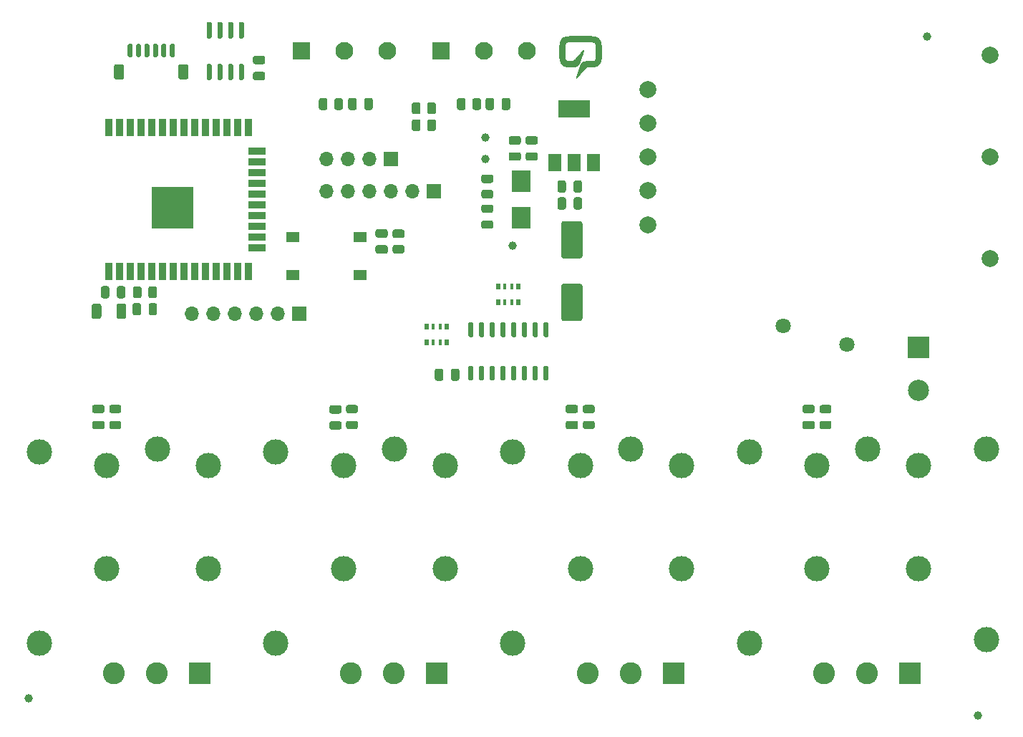
<source format=gbr>
G04 #@! TF.GenerationSoftware,KiCad,Pcbnew,(5.1.9)-1*
G04 #@! TF.CreationDate,2021-03-08T14:29:57+02:00*
G04 #@! TF.ProjectId,Voltlog ESP32 Relay Controller,566f6c74-6c6f-4672-9045-535033322052,rev?*
G04 #@! TF.SameCoordinates,Original*
G04 #@! TF.FileFunction,Soldermask,Top*
G04 #@! TF.FilePolarity,Negative*
%FSLAX46Y46*%
G04 Gerber Fmt 4.6, Leading zero omitted, Abs format (unit mm)*
G04 Created by KiCad (PCBNEW (5.1.9)-1) date 2021-03-08 14:29:57*
%MOMM*%
%LPD*%
G01*
G04 APERTURE LIST*
%ADD10C,0.010000*%
%ADD11C,1.800000*%
%ADD12C,1.000000*%
%ADD13C,2.000000*%
%ADD14R,0.500000X0.800000*%
%ADD15R,0.400000X0.800000*%
%ADD16C,2.500000*%
%ADD17R,2.500000X2.500000*%
%ADD18C,3.000000*%
%ADD19R,1.500000X2.000000*%
%ADD20R,3.800000X2.000000*%
%ADD21R,0.900000X2.000000*%
%ADD22R,2.000000X0.900000*%
%ADD23R,5.000000X5.000000*%
%ADD24R,1.550000X1.300000*%
%ADD25C,2.600000*%
%ADD26R,2.600000X2.600000*%
%ADD27O,1.700000X1.700000*%
%ADD28R,1.700000X1.700000*%
%ADD29C,2.100000*%
%ADD30R,2.100000X2.100000*%
%ADD31R,2.300000X2.500000*%
G04 APERTURE END LIST*
D10*
G04 #@! TO.C,V1*
G36*
X108261837Y-63191409D02*
G01*
X108444951Y-63193844D01*
X108624586Y-63197684D01*
X108799156Y-63202961D01*
X108967078Y-63209706D01*
X109126764Y-63217950D01*
X109275080Y-63227610D01*
X109414072Y-63238780D01*
X109534954Y-63251099D01*
X109639933Y-63265300D01*
X109731213Y-63282118D01*
X109811001Y-63302286D01*
X109881503Y-63326539D01*
X109944925Y-63355610D01*
X110003471Y-63390234D01*
X110059350Y-63431144D01*
X110114765Y-63479075D01*
X110159000Y-63521720D01*
X110221282Y-63588124D01*
X110273181Y-63653586D01*
X110316070Y-63721269D01*
X110351325Y-63794337D01*
X110380318Y-63875956D01*
X110404423Y-63969290D01*
X110425015Y-64077503D01*
X110438229Y-64164912D01*
X110449270Y-64247763D01*
X110458451Y-64325422D01*
X110465927Y-64400906D01*
X110471857Y-64477230D01*
X110476396Y-64557410D01*
X110479703Y-64644461D01*
X110481934Y-64741398D01*
X110483246Y-64851239D01*
X110483797Y-64976997D01*
X110483838Y-65040640D01*
X110482935Y-65213480D01*
X110480209Y-65368365D01*
X110475483Y-65507591D01*
X110468586Y-65633456D01*
X110459342Y-65748255D01*
X110447579Y-65854287D01*
X110433121Y-65953848D01*
X110415796Y-66049235D01*
X110402858Y-66110340D01*
X110364479Y-66239532D01*
X110309922Y-66358875D01*
X110240517Y-66467044D01*
X110157592Y-66562715D01*
X110062475Y-66644564D01*
X109956494Y-66711266D01*
X109840979Y-66761498D01*
X109717257Y-66793935D01*
X109717040Y-66793974D01*
X109690216Y-66797694D01*
X109653492Y-66800771D01*
X109605278Y-66803247D01*
X109543983Y-66805166D01*
X109468015Y-66806571D01*
X109375785Y-66807505D01*
X109265701Y-66808013D01*
X109197184Y-66808125D01*
X108753528Y-66808480D01*
X108692920Y-66871980D01*
X108676237Y-66890079D01*
X108647399Y-66922086D01*
X108607633Y-66966614D01*
X108558166Y-67022278D01*
X108500223Y-67087691D01*
X108435030Y-67161468D01*
X108363814Y-67242224D01*
X108287802Y-67328573D01*
X108208218Y-67419128D01*
X108142270Y-67494280D01*
X108061142Y-67586723D01*
X107982933Y-67675708D01*
X107908827Y-67759898D01*
X107840007Y-67837953D01*
X107777659Y-67908533D01*
X107722965Y-67970300D01*
X107677111Y-68021914D01*
X107641279Y-68062037D01*
X107616654Y-68089329D01*
X107605515Y-68101340D01*
X107568575Y-68134040D01*
X107538343Y-68148380D01*
X107513708Y-68144755D01*
X107504192Y-68137408D01*
X107493293Y-68116853D01*
X107492000Y-68107758D01*
X107495278Y-68095232D01*
X107504721Y-68065277D01*
X107519738Y-68019631D01*
X107539740Y-67960029D01*
X107564137Y-67888209D01*
X107592340Y-67805906D01*
X107623759Y-67714858D01*
X107657804Y-67616800D01*
X107690532Y-67523050D01*
X107728930Y-67413310D01*
X107767285Y-67303638D01*
X107804719Y-67196550D01*
X107840352Y-67094563D01*
X107873306Y-67000196D01*
X107902700Y-66915965D01*
X107927657Y-66844387D01*
X107947296Y-66787979D01*
X107956059Y-66762760D01*
X107979139Y-66698031D01*
X108002824Y-66634720D01*
X108025354Y-66577313D01*
X108044968Y-66530299D01*
X108059682Y-66498600D01*
X108106002Y-66426291D01*
X108166834Y-66357494D01*
X108236489Y-66297908D01*
X108299720Y-66258061D01*
X108332191Y-66241487D01*
X108361798Y-66227785D01*
X108390849Y-66216681D01*
X108421654Y-66207901D01*
X108456520Y-66201170D01*
X108497755Y-66196214D01*
X108547668Y-66192759D01*
X108608567Y-66190530D01*
X108682760Y-66189253D01*
X108772557Y-66188654D01*
X108880264Y-66188458D01*
X108885386Y-66188454D01*
X109041386Y-66187851D01*
X109177756Y-66186245D01*
X109295159Y-66183605D01*
X109394262Y-66179897D01*
X109475730Y-66175089D01*
X109540229Y-66169149D01*
X109588424Y-66162044D01*
X109620981Y-66153742D01*
X109624541Y-66152398D01*
X109669736Y-66124826D01*
X109710367Y-66082590D01*
X109741626Y-66031344D01*
X109753130Y-66001203D01*
X109771581Y-65925825D01*
X109787650Y-65832711D01*
X109801303Y-65724312D01*
X109812507Y-65603075D01*
X109821228Y-65471451D01*
X109827433Y-65331887D01*
X109831087Y-65186832D01*
X109832158Y-65038737D01*
X109830611Y-64890048D01*
X109826414Y-64743217D01*
X109819533Y-64600690D01*
X109809933Y-64464918D01*
X109797582Y-64338349D01*
X109782446Y-64223432D01*
X109777899Y-64194848D01*
X109761860Y-64113583D01*
X109742270Y-64050036D01*
X109716694Y-64001635D01*
X109682693Y-63965809D01*
X109637832Y-63939986D01*
X109579673Y-63921596D01*
X109506201Y-63908127D01*
X109418925Y-63897387D01*
X109313293Y-63887658D01*
X109191247Y-63878958D01*
X109054728Y-63871304D01*
X108905676Y-63864714D01*
X108746033Y-63859204D01*
X108577739Y-63854793D01*
X108402734Y-63851497D01*
X108222960Y-63849335D01*
X108040358Y-63848324D01*
X107856868Y-63848480D01*
X107674431Y-63849823D01*
X107494988Y-63852368D01*
X107320480Y-63856134D01*
X107152847Y-63861138D01*
X106994030Y-63867397D01*
X106845970Y-63874929D01*
X106719840Y-63883076D01*
X106608592Y-63891923D01*
X106515775Y-63901669D01*
X106439499Y-63913449D01*
X106377875Y-63928400D01*
X106329016Y-63947659D01*
X106291033Y-63972363D01*
X106262036Y-64003648D01*
X106240138Y-64042651D01*
X106223449Y-64090508D01*
X106210081Y-64148356D01*
X106201780Y-64194848D01*
X106185894Y-64306185D01*
X106172801Y-64429834D01*
X106162467Y-64563345D01*
X106154858Y-64704271D01*
X106149941Y-64850162D01*
X106147683Y-64998571D01*
X106148049Y-65147047D01*
X106151007Y-65293143D01*
X106156523Y-65434410D01*
X106164563Y-65568399D01*
X106175094Y-65692662D01*
X106188082Y-65804749D01*
X106203494Y-65902213D01*
X106221296Y-65982604D01*
X106226521Y-66001108D01*
X106253863Y-66058451D01*
X106297188Y-66106265D01*
X106350600Y-66139553D01*
X106385447Y-66149910D01*
X106439539Y-66158780D01*
X106511850Y-66166090D01*
X106601356Y-66171770D01*
X106707031Y-66175749D01*
X106827849Y-66177957D01*
X106913753Y-66178409D01*
X107143226Y-66178560D01*
X107208701Y-66109980D01*
X107228063Y-66089075D01*
X107259265Y-66054599D01*
X107300775Y-66008275D01*
X107351061Y-65951831D01*
X107408588Y-65886992D01*
X107471825Y-65815483D01*
X107539237Y-65739031D01*
X107609293Y-65659361D01*
X107634548Y-65630585D01*
X107709401Y-65545257D01*
X107785528Y-65458480D01*
X107860858Y-65372613D01*
X107933321Y-65290018D01*
X108000846Y-65213054D01*
X108061364Y-65144081D01*
X108112803Y-65085458D01*
X108153094Y-65039546D01*
X108156008Y-65036225D01*
X108202300Y-64984205D01*
X108245421Y-64937109D01*
X108283201Y-64897201D01*
X108313468Y-64866744D01*
X108334053Y-64848000D01*
X108341120Y-64843206D01*
X108364597Y-64839747D01*
X108385772Y-64852401D01*
X108401037Y-64868972D01*
X108406400Y-64879441D01*
X108403133Y-64890385D01*
X108393754Y-64918661D01*
X108378896Y-64962437D01*
X108359191Y-65019876D01*
X108335271Y-65089145D01*
X108307768Y-65168408D01*
X108277315Y-65255830D01*
X108244545Y-65349577D01*
X108234501Y-65378246D01*
X108196614Y-65486390D01*
X108157091Y-65599302D01*
X108117172Y-65713428D01*
X108078099Y-65825215D01*
X108041114Y-65931111D01*
X108007459Y-66027561D01*
X107978374Y-66111014D01*
X107960567Y-66162189D01*
X107933566Y-66238559D01*
X107906980Y-66311358D01*
X107881959Y-66377615D01*
X107859654Y-66434356D01*
X107841216Y-66478607D01*
X107827794Y-66507396D01*
X107825125Y-66512225D01*
X107767263Y-66591466D01*
X107693747Y-66662327D01*
X107608501Y-66721869D01*
X107515451Y-66767152D01*
X107460256Y-66785503D01*
X107444653Y-66789385D01*
X107427071Y-66792668D01*
X107405764Y-66795401D01*
X107378988Y-66797634D01*
X107344996Y-66799415D01*
X107302043Y-66800795D01*
X107248385Y-66801822D01*
X107182276Y-66802545D01*
X107101970Y-66803014D01*
X107005722Y-66803279D01*
X106891788Y-66803388D01*
X106826520Y-66803400D01*
X106257560Y-66803400D01*
X106158565Y-66769118D01*
X106032889Y-66715572D01*
X105920456Y-66646651D01*
X105821514Y-66562577D01*
X105736313Y-66463572D01*
X105665103Y-66349856D01*
X105647854Y-66315720D01*
X105620768Y-66252597D01*
X105596841Y-66181552D01*
X105575669Y-66100557D01*
X105556847Y-66007584D01*
X105539971Y-65900608D01*
X105524635Y-65777601D01*
X105510435Y-65636536D01*
X105508919Y-65619760D01*
X105505151Y-65564497D01*
X105502009Y-65492043D01*
X105499494Y-65405517D01*
X105497606Y-65308037D01*
X105496345Y-65202723D01*
X105495711Y-65092693D01*
X105495703Y-64981067D01*
X105496323Y-64870964D01*
X105497569Y-64765502D01*
X105499442Y-64667800D01*
X105501942Y-64580978D01*
X105505069Y-64508154D01*
X105508823Y-64452448D01*
X105508919Y-64451360D01*
X105523468Y-64303721D01*
X105539356Y-64174327D01*
X105557201Y-64061114D01*
X105577623Y-63962018D01*
X105601239Y-63874976D01*
X105628670Y-63797925D01*
X105660534Y-63728802D01*
X105697450Y-63665543D01*
X105740037Y-63606085D01*
X105775138Y-63563808D01*
X105869071Y-63469712D01*
X105970673Y-63393852D01*
X106082051Y-63334921D01*
X106205316Y-63291611D01*
X106220627Y-63287501D01*
X106286007Y-63273521D01*
X106370099Y-63260512D01*
X106471320Y-63248504D01*
X106588083Y-63237529D01*
X106718804Y-63227618D01*
X106861898Y-63218801D01*
X107015778Y-63211110D01*
X107178861Y-63204576D01*
X107349561Y-63199230D01*
X107526293Y-63195104D01*
X107707472Y-63192227D01*
X107891512Y-63190632D01*
X108076829Y-63190349D01*
X108261837Y-63191409D01*
G37*
X108261837Y-63191409D02*
X108444951Y-63193844D01*
X108624586Y-63197684D01*
X108799156Y-63202961D01*
X108967078Y-63209706D01*
X109126764Y-63217950D01*
X109275080Y-63227610D01*
X109414072Y-63238780D01*
X109534954Y-63251099D01*
X109639933Y-63265300D01*
X109731213Y-63282118D01*
X109811001Y-63302286D01*
X109881503Y-63326539D01*
X109944925Y-63355610D01*
X110003471Y-63390234D01*
X110059350Y-63431144D01*
X110114765Y-63479075D01*
X110159000Y-63521720D01*
X110221282Y-63588124D01*
X110273181Y-63653586D01*
X110316070Y-63721269D01*
X110351325Y-63794337D01*
X110380318Y-63875956D01*
X110404423Y-63969290D01*
X110425015Y-64077503D01*
X110438229Y-64164912D01*
X110449270Y-64247763D01*
X110458451Y-64325422D01*
X110465927Y-64400906D01*
X110471857Y-64477230D01*
X110476396Y-64557410D01*
X110479703Y-64644461D01*
X110481934Y-64741398D01*
X110483246Y-64851239D01*
X110483797Y-64976997D01*
X110483838Y-65040640D01*
X110482935Y-65213480D01*
X110480209Y-65368365D01*
X110475483Y-65507591D01*
X110468586Y-65633456D01*
X110459342Y-65748255D01*
X110447579Y-65854287D01*
X110433121Y-65953848D01*
X110415796Y-66049235D01*
X110402858Y-66110340D01*
X110364479Y-66239532D01*
X110309922Y-66358875D01*
X110240517Y-66467044D01*
X110157592Y-66562715D01*
X110062475Y-66644564D01*
X109956494Y-66711266D01*
X109840979Y-66761498D01*
X109717257Y-66793935D01*
X109717040Y-66793974D01*
X109690216Y-66797694D01*
X109653492Y-66800771D01*
X109605278Y-66803247D01*
X109543983Y-66805166D01*
X109468015Y-66806571D01*
X109375785Y-66807505D01*
X109265701Y-66808013D01*
X109197184Y-66808125D01*
X108753528Y-66808480D01*
X108692920Y-66871980D01*
X108676237Y-66890079D01*
X108647399Y-66922086D01*
X108607633Y-66966614D01*
X108558166Y-67022278D01*
X108500223Y-67087691D01*
X108435030Y-67161468D01*
X108363814Y-67242224D01*
X108287802Y-67328573D01*
X108208218Y-67419128D01*
X108142270Y-67494280D01*
X108061142Y-67586723D01*
X107982933Y-67675708D01*
X107908827Y-67759898D01*
X107840007Y-67837953D01*
X107777659Y-67908533D01*
X107722965Y-67970300D01*
X107677111Y-68021914D01*
X107641279Y-68062037D01*
X107616654Y-68089329D01*
X107605515Y-68101340D01*
X107568575Y-68134040D01*
X107538343Y-68148380D01*
X107513708Y-68144755D01*
X107504192Y-68137408D01*
X107493293Y-68116853D01*
X107492000Y-68107758D01*
X107495278Y-68095232D01*
X107504721Y-68065277D01*
X107519738Y-68019631D01*
X107539740Y-67960029D01*
X107564137Y-67888209D01*
X107592340Y-67805906D01*
X107623759Y-67714858D01*
X107657804Y-67616800D01*
X107690532Y-67523050D01*
X107728930Y-67413310D01*
X107767285Y-67303638D01*
X107804719Y-67196550D01*
X107840352Y-67094563D01*
X107873306Y-67000196D01*
X107902700Y-66915965D01*
X107927657Y-66844387D01*
X107947296Y-66787979D01*
X107956059Y-66762760D01*
X107979139Y-66698031D01*
X108002824Y-66634720D01*
X108025354Y-66577313D01*
X108044968Y-66530299D01*
X108059682Y-66498600D01*
X108106002Y-66426291D01*
X108166834Y-66357494D01*
X108236489Y-66297908D01*
X108299720Y-66258061D01*
X108332191Y-66241487D01*
X108361798Y-66227785D01*
X108390849Y-66216681D01*
X108421654Y-66207901D01*
X108456520Y-66201170D01*
X108497755Y-66196214D01*
X108547668Y-66192759D01*
X108608567Y-66190530D01*
X108682760Y-66189253D01*
X108772557Y-66188654D01*
X108880264Y-66188458D01*
X108885386Y-66188454D01*
X109041386Y-66187851D01*
X109177756Y-66186245D01*
X109295159Y-66183605D01*
X109394262Y-66179897D01*
X109475730Y-66175089D01*
X109540229Y-66169149D01*
X109588424Y-66162044D01*
X109620981Y-66153742D01*
X109624541Y-66152398D01*
X109669736Y-66124826D01*
X109710367Y-66082590D01*
X109741626Y-66031344D01*
X109753130Y-66001203D01*
X109771581Y-65925825D01*
X109787650Y-65832711D01*
X109801303Y-65724312D01*
X109812507Y-65603075D01*
X109821228Y-65471451D01*
X109827433Y-65331887D01*
X109831087Y-65186832D01*
X109832158Y-65038737D01*
X109830611Y-64890048D01*
X109826414Y-64743217D01*
X109819533Y-64600690D01*
X109809933Y-64464918D01*
X109797582Y-64338349D01*
X109782446Y-64223432D01*
X109777899Y-64194848D01*
X109761860Y-64113583D01*
X109742270Y-64050036D01*
X109716694Y-64001635D01*
X109682693Y-63965809D01*
X109637832Y-63939986D01*
X109579673Y-63921596D01*
X109506201Y-63908127D01*
X109418925Y-63897387D01*
X109313293Y-63887658D01*
X109191247Y-63878958D01*
X109054728Y-63871304D01*
X108905676Y-63864714D01*
X108746033Y-63859204D01*
X108577739Y-63854793D01*
X108402734Y-63851497D01*
X108222960Y-63849335D01*
X108040358Y-63848324D01*
X107856868Y-63848480D01*
X107674431Y-63849823D01*
X107494988Y-63852368D01*
X107320480Y-63856134D01*
X107152847Y-63861138D01*
X106994030Y-63867397D01*
X106845970Y-63874929D01*
X106719840Y-63883076D01*
X106608592Y-63891923D01*
X106515775Y-63901669D01*
X106439499Y-63913449D01*
X106377875Y-63928400D01*
X106329016Y-63947659D01*
X106291033Y-63972363D01*
X106262036Y-64003648D01*
X106240138Y-64042651D01*
X106223449Y-64090508D01*
X106210081Y-64148356D01*
X106201780Y-64194848D01*
X106185894Y-64306185D01*
X106172801Y-64429834D01*
X106162467Y-64563345D01*
X106154858Y-64704271D01*
X106149941Y-64850162D01*
X106147683Y-64998571D01*
X106148049Y-65147047D01*
X106151007Y-65293143D01*
X106156523Y-65434410D01*
X106164563Y-65568399D01*
X106175094Y-65692662D01*
X106188082Y-65804749D01*
X106203494Y-65902213D01*
X106221296Y-65982604D01*
X106226521Y-66001108D01*
X106253863Y-66058451D01*
X106297188Y-66106265D01*
X106350600Y-66139553D01*
X106385447Y-66149910D01*
X106439539Y-66158780D01*
X106511850Y-66166090D01*
X106601356Y-66171770D01*
X106707031Y-66175749D01*
X106827849Y-66177957D01*
X106913753Y-66178409D01*
X107143226Y-66178560D01*
X107208701Y-66109980D01*
X107228063Y-66089075D01*
X107259265Y-66054599D01*
X107300775Y-66008275D01*
X107351061Y-65951831D01*
X107408588Y-65886992D01*
X107471825Y-65815483D01*
X107539237Y-65739031D01*
X107609293Y-65659361D01*
X107634548Y-65630585D01*
X107709401Y-65545257D01*
X107785528Y-65458480D01*
X107860858Y-65372613D01*
X107933321Y-65290018D01*
X108000846Y-65213054D01*
X108061364Y-65144081D01*
X108112803Y-65085458D01*
X108153094Y-65039546D01*
X108156008Y-65036225D01*
X108202300Y-64984205D01*
X108245421Y-64937109D01*
X108283201Y-64897201D01*
X108313468Y-64866744D01*
X108334053Y-64848000D01*
X108341120Y-64843206D01*
X108364597Y-64839747D01*
X108385772Y-64852401D01*
X108401037Y-64868972D01*
X108406400Y-64879441D01*
X108403133Y-64890385D01*
X108393754Y-64918661D01*
X108378896Y-64962437D01*
X108359191Y-65019876D01*
X108335271Y-65089145D01*
X108307768Y-65168408D01*
X108277315Y-65255830D01*
X108244545Y-65349577D01*
X108234501Y-65378246D01*
X108196614Y-65486390D01*
X108157091Y-65599302D01*
X108117172Y-65713428D01*
X108078099Y-65825215D01*
X108041114Y-65931111D01*
X108007459Y-66027561D01*
X107978374Y-66111014D01*
X107960567Y-66162189D01*
X107933566Y-66238559D01*
X107906980Y-66311358D01*
X107881959Y-66377615D01*
X107859654Y-66434356D01*
X107841216Y-66478607D01*
X107827794Y-66507396D01*
X107825125Y-66512225D01*
X107767263Y-66591466D01*
X107693747Y-66662327D01*
X107608501Y-66721869D01*
X107515451Y-66767152D01*
X107460256Y-66785503D01*
X107444653Y-66789385D01*
X107427071Y-66792668D01*
X107405764Y-66795401D01*
X107378988Y-66797634D01*
X107344996Y-66799415D01*
X107302043Y-66800795D01*
X107248385Y-66801822D01*
X107182276Y-66802545D01*
X107101970Y-66803014D01*
X107005722Y-66803279D01*
X106891788Y-66803388D01*
X106826520Y-66803400D01*
X106257560Y-66803400D01*
X106158565Y-66769118D01*
X106032889Y-66715572D01*
X105920456Y-66646651D01*
X105821514Y-66562577D01*
X105736313Y-66463572D01*
X105665103Y-66349856D01*
X105647854Y-66315720D01*
X105620768Y-66252597D01*
X105596841Y-66181552D01*
X105575669Y-66100557D01*
X105556847Y-66007584D01*
X105539971Y-65900608D01*
X105524635Y-65777601D01*
X105510435Y-65636536D01*
X105508919Y-65619760D01*
X105505151Y-65564497D01*
X105502009Y-65492043D01*
X105499494Y-65405517D01*
X105497606Y-65308037D01*
X105496345Y-65202723D01*
X105495711Y-65092693D01*
X105495703Y-64981067D01*
X105496323Y-64870964D01*
X105497569Y-64765502D01*
X105499442Y-64667800D01*
X105501942Y-64580978D01*
X105505069Y-64508154D01*
X105508823Y-64452448D01*
X105508919Y-64451360D01*
X105523468Y-64303721D01*
X105539356Y-64174327D01*
X105557201Y-64061114D01*
X105577623Y-63962018D01*
X105601239Y-63874976D01*
X105628670Y-63797925D01*
X105660534Y-63728802D01*
X105697450Y-63665543D01*
X105740037Y-63606085D01*
X105775138Y-63563808D01*
X105869071Y-63469712D01*
X105970673Y-63393852D01*
X106082051Y-63334921D01*
X106205316Y-63291611D01*
X106220627Y-63287501D01*
X106286007Y-63273521D01*
X106370099Y-63260512D01*
X106471320Y-63248504D01*
X106588083Y-63237529D01*
X106718804Y-63227618D01*
X106861898Y-63218801D01*
X107015778Y-63211110D01*
X107178861Y-63204576D01*
X107349561Y-63199230D01*
X107526293Y-63195104D01*
X107707472Y-63192227D01*
X107891512Y-63190632D01*
X108076829Y-63190349D01*
X108261837Y-63191409D01*
G04 #@! TD*
D11*
G04 #@! TO.C,RV1*
X139500000Y-99700000D03*
X132000000Y-97500000D03*
G04 #@! TD*
D12*
G04 #@! TO.C,TP4*
X96750000Y-75250000D03*
G04 #@! TD*
G04 #@! TO.C,TP3*
X96750000Y-77750000D03*
G04 #@! TD*
G04 #@! TO.C,TP2*
X100000000Y-88000000D03*
G04 #@! TD*
G04 #@! TO.C,C1*
G36*
G01*
X52300000Y-93025000D02*
X52300000Y-93975000D01*
G75*
G02*
X52050000Y-94225000I-250000J0D01*
G01*
X51550000Y-94225000D01*
G75*
G02*
X51300000Y-93975000I0J250000D01*
G01*
X51300000Y-93025000D01*
G75*
G02*
X51550000Y-92775000I250000J0D01*
G01*
X52050000Y-92775000D01*
G75*
G02*
X52300000Y-93025000I0J-250000D01*
G01*
G37*
G36*
G01*
X54200000Y-93025000D02*
X54200000Y-93975000D01*
G75*
G02*
X53950000Y-94225000I-250000J0D01*
G01*
X53450000Y-94225000D01*
G75*
G02*
X53200000Y-93975000I0J250000D01*
G01*
X53200000Y-93025000D01*
G75*
G02*
X53450000Y-92775000I250000J0D01*
G01*
X53950000Y-92775000D01*
G75*
G02*
X54200000Y-93025000I0J-250000D01*
G01*
G37*
G04 #@! TD*
G04 #@! TO.C,U3*
G36*
G01*
X67755000Y-66500000D02*
X68055000Y-66500000D01*
G75*
G02*
X68205000Y-66650000I0J-150000D01*
G01*
X68205000Y-68300000D01*
G75*
G02*
X68055000Y-68450000I-150000J0D01*
G01*
X67755000Y-68450000D01*
G75*
G02*
X67605000Y-68300000I0J150000D01*
G01*
X67605000Y-66650000D01*
G75*
G02*
X67755000Y-66500000I150000J0D01*
G01*
G37*
G36*
G01*
X66485000Y-66500000D02*
X66785000Y-66500000D01*
G75*
G02*
X66935000Y-66650000I0J-150000D01*
G01*
X66935000Y-68300000D01*
G75*
G02*
X66785000Y-68450000I-150000J0D01*
G01*
X66485000Y-68450000D01*
G75*
G02*
X66335000Y-68300000I0J150000D01*
G01*
X66335000Y-66650000D01*
G75*
G02*
X66485000Y-66500000I150000J0D01*
G01*
G37*
G36*
G01*
X65215000Y-66500000D02*
X65515000Y-66500000D01*
G75*
G02*
X65665000Y-66650000I0J-150000D01*
G01*
X65665000Y-68300000D01*
G75*
G02*
X65515000Y-68450000I-150000J0D01*
G01*
X65215000Y-68450000D01*
G75*
G02*
X65065000Y-68300000I0J150000D01*
G01*
X65065000Y-66650000D01*
G75*
G02*
X65215000Y-66500000I150000J0D01*
G01*
G37*
G36*
G01*
X63945000Y-66500000D02*
X64245000Y-66500000D01*
G75*
G02*
X64395000Y-66650000I0J-150000D01*
G01*
X64395000Y-68300000D01*
G75*
G02*
X64245000Y-68450000I-150000J0D01*
G01*
X63945000Y-68450000D01*
G75*
G02*
X63795000Y-68300000I0J150000D01*
G01*
X63795000Y-66650000D01*
G75*
G02*
X63945000Y-66500000I150000J0D01*
G01*
G37*
G36*
G01*
X63945000Y-61550000D02*
X64245000Y-61550000D01*
G75*
G02*
X64395000Y-61700000I0J-150000D01*
G01*
X64395000Y-63350000D01*
G75*
G02*
X64245000Y-63500000I-150000J0D01*
G01*
X63945000Y-63500000D01*
G75*
G02*
X63795000Y-63350000I0J150000D01*
G01*
X63795000Y-61700000D01*
G75*
G02*
X63945000Y-61550000I150000J0D01*
G01*
G37*
G36*
G01*
X65215000Y-61550000D02*
X65515000Y-61550000D01*
G75*
G02*
X65665000Y-61700000I0J-150000D01*
G01*
X65665000Y-63350000D01*
G75*
G02*
X65515000Y-63500000I-150000J0D01*
G01*
X65215000Y-63500000D01*
G75*
G02*
X65065000Y-63350000I0J150000D01*
G01*
X65065000Y-61700000D01*
G75*
G02*
X65215000Y-61550000I150000J0D01*
G01*
G37*
G36*
G01*
X66485000Y-61550000D02*
X66785000Y-61550000D01*
G75*
G02*
X66935000Y-61700000I0J-150000D01*
G01*
X66935000Y-63350000D01*
G75*
G02*
X66785000Y-63500000I-150000J0D01*
G01*
X66485000Y-63500000D01*
G75*
G02*
X66335000Y-63350000I0J150000D01*
G01*
X66335000Y-61700000D01*
G75*
G02*
X66485000Y-61550000I150000J0D01*
G01*
G37*
G36*
G01*
X67755000Y-61550000D02*
X68055000Y-61550000D01*
G75*
G02*
X68205000Y-61700000I0J-150000D01*
G01*
X68205000Y-63350000D01*
G75*
G02*
X68055000Y-63500000I-150000J0D01*
G01*
X67755000Y-63500000D01*
G75*
G02*
X67605000Y-63350000I0J150000D01*
G01*
X67605000Y-61700000D01*
G75*
G02*
X67755000Y-61550000I150000J0D01*
G01*
G37*
G04 #@! TD*
G04 #@! TO.C,C17*
G36*
G01*
X70475000Y-66550000D02*
X69525000Y-66550000D01*
G75*
G02*
X69275000Y-66300000I0J250000D01*
G01*
X69275000Y-65800000D01*
G75*
G02*
X69525000Y-65550000I250000J0D01*
G01*
X70475000Y-65550000D01*
G75*
G02*
X70725000Y-65800000I0J-250000D01*
G01*
X70725000Y-66300000D01*
G75*
G02*
X70475000Y-66550000I-250000J0D01*
G01*
G37*
G36*
G01*
X70475000Y-68450000D02*
X69525000Y-68450000D01*
G75*
G02*
X69275000Y-68200000I0J250000D01*
G01*
X69275000Y-67700000D01*
G75*
G02*
X69525000Y-67450000I250000J0D01*
G01*
X70475000Y-67450000D01*
G75*
G02*
X70725000Y-67700000I0J-250000D01*
G01*
X70725000Y-68200000D01*
G75*
G02*
X70475000Y-68450000I-250000J0D01*
G01*
G37*
G04 #@! TD*
D13*
G04 #@! TO.C,PS1*
X116000000Y-77500000D03*
X116000000Y-73500000D03*
X116000000Y-81500000D03*
X116000000Y-69500000D03*
X116000000Y-85500000D03*
X156500000Y-65500000D03*
X156500000Y-77500000D03*
X156500000Y-89500000D03*
G04 #@! TD*
D14*
G04 #@! TO.C,RN3*
X92200000Y-97600000D03*
D15*
X91400000Y-97600000D03*
D14*
X89800000Y-97600000D03*
D15*
X90600000Y-97600000D03*
D14*
X92200000Y-99400000D03*
D15*
X90600000Y-99400000D03*
X91400000Y-99400000D03*
D14*
X89800000Y-99400000D03*
G04 #@! TD*
G04 #@! TO.C,RN1*
X98300000Y-94650000D03*
D15*
X99100000Y-94650000D03*
D14*
X100700000Y-94650000D03*
D15*
X99900000Y-94650000D03*
D14*
X98300000Y-92850000D03*
D15*
X99900000Y-92850000D03*
X99100000Y-92850000D03*
D14*
X100700000Y-92850000D03*
G04 #@! TD*
D16*
G04 #@! TO.C,J1*
X148000000Y-105080000D03*
D17*
X148000000Y-100000000D03*
G04 #@! TD*
D18*
G04 #@! TO.C,K4*
X58000000Y-112000000D03*
X64000000Y-114000000D03*
X64000000Y-126200000D03*
X52000000Y-126200000D03*
X52000000Y-114000000D03*
G04 #@! TD*
G04 #@! TO.C,K3*
X86000000Y-112000000D03*
X92000000Y-114000000D03*
X92000000Y-126200000D03*
X80000000Y-126200000D03*
X80000000Y-114000000D03*
G04 #@! TD*
G04 #@! TO.C,K2*
X114000000Y-112000000D03*
X120000000Y-114000000D03*
X120000000Y-126200000D03*
X108000000Y-126200000D03*
X108000000Y-114000000D03*
G04 #@! TD*
G04 #@! TO.C,K1*
X142000000Y-112000000D03*
X148000000Y-114000000D03*
X148000000Y-126200000D03*
X136000000Y-126200000D03*
X136000000Y-114000000D03*
G04 #@! TD*
G04 #@! TO.C,U4*
G36*
G01*
X103795000Y-102200000D02*
X104095000Y-102200000D01*
G75*
G02*
X104245000Y-102350000I0J-150000D01*
G01*
X104245000Y-103800000D01*
G75*
G02*
X104095000Y-103950000I-150000J0D01*
G01*
X103795000Y-103950000D01*
G75*
G02*
X103645000Y-103800000I0J150000D01*
G01*
X103645000Y-102350000D01*
G75*
G02*
X103795000Y-102200000I150000J0D01*
G01*
G37*
G36*
G01*
X102525000Y-102200000D02*
X102825000Y-102200000D01*
G75*
G02*
X102975000Y-102350000I0J-150000D01*
G01*
X102975000Y-103800000D01*
G75*
G02*
X102825000Y-103950000I-150000J0D01*
G01*
X102525000Y-103950000D01*
G75*
G02*
X102375000Y-103800000I0J150000D01*
G01*
X102375000Y-102350000D01*
G75*
G02*
X102525000Y-102200000I150000J0D01*
G01*
G37*
G36*
G01*
X101255000Y-102200000D02*
X101555000Y-102200000D01*
G75*
G02*
X101705000Y-102350000I0J-150000D01*
G01*
X101705000Y-103800000D01*
G75*
G02*
X101555000Y-103950000I-150000J0D01*
G01*
X101255000Y-103950000D01*
G75*
G02*
X101105000Y-103800000I0J150000D01*
G01*
X101105000Y-102350000D01*
G75*
G02*
X101255000Y-102200000I150000J0D01*
G01*
G37*
G36*
G01*
X99985000Y-102200000D02*
X100285000Y-102200000D01*
G75*
G02*
X100435000Y-102350000I0J-150000D01*
G01*
X100435000Y-103800000D01*
G75*
G02*
X100285000Y-103950000I-150000J0D01*
G01*
X99985000Y-103950000D01*
G75*
G02*
X99835000Y-103800000I0J150000D01*
G01*
X99835000Y-102350000D01*
G75*
G02*
X99985000Y-102200000I150000J0D01*
G01*
G37*
G36*
G01*
X98715000Y-102200000D02*
X99015000Y-102200000D01*
G75*
G02*
X99165000Y-102350000I0J-150000D01*
G01*
X99165000Y-103800000D01*
G75*
G02*
X99015000Y-103950000I-150000J0D01*
G01*
X98715000Y-103950000D01*
G75*
G02*
X98565000Y-103800000I0J150000D01*
G01*
X98565000Y-102350000D01*
G75*
G02*
X98715000Y-102200000I150000J0D01*
G01*
G37*
G36*
G01*
X97445000Y-102200000D02*
X97745000Y-102200000D01*
G75*
G02*
X97895000Y-102350000I0J-150000D01*
G01*
X97895000Y-103800000D01*
G75*
G02*
X97745000Y-103950000I-150000J0D01*
G01*
X97445000Y-103950000D01*
G75*
G02*
X97295000Y-103800000I0J150000D01*
G01*
X97295000Y-102350000D01*
G75*
G02*
X97445000Y-102200000I150000J0D01*
G01*
G37*
G36*
G01*
X96175000Y-102200000D02*
X96475000Y-102200000D01*
G75*
G02*
X96625000Y-102350000I0J-150000D01*
G01*
X96625000Y-103800000D01*
G75*
G02*
X96475000Y-103950000I-150000J0D01*
G01*
X96175000Y-103950000D01*
G75*
G02*
X96025000Y-103800000I0J150000D01*
G01*
X96025000Y-102350000D01*
G75*
G02*
X96175000Y-102200000I150000J0D01*
G01*
G37*
G36*
G01*
X94905000Y-102200000D02*
X95205000Y-102200000D01*
G75*
G02*
X95355000Y-102350000I0J-150000D01*
G01*
X95355000Y-103800000D01*
G75*
G02*
X95205000Y-103950000I-150000J0D01*
G01*
X94905000Y-103950000D01*
G75*
G02*
X94755000Y-103800000I0J150000D01*
G01*
X94755000Y-102350000D01*
G75*
G02*
X94905000Y-102200000I150000J0D01*
G01*
G37*
G36*
G01*
X94905000Y-97050000D02*
X95205000Y-97050000D01*
G75*
G02*
X95355000Y-97200000I0J-150000D01*
G01*
X95355000Y-98650000D01*
G75*
G02*
X95205000Y-98800000I-150000J0D01*
G01*
X94905000Y-98800000D01*
G75*
G02*
X94755000Y-98650000I0J150000D01*
G01*
X94755000Y-97200000D01*
G75*
G02*
X94905000Y-97050000I150000J0D01*
G01*
G37*
G36*
G01*
X96175000Y-97050000D02*
X96475000Y-97050000D01*
G75*
G02*
X96625000Y-97200000I0J-150000D01*
G01*
X96625000Y-98650000D01*
G75*
G02*
X96475000Y-98800000I-150000J0D01*
G01*
X96175000Y-98800000D01*
G75*
G02*
X96025000Y-98650000I0J150000D01*
G01*
X96025000Y-97200000D01*
G75*
G02*
X96175000Y-97050000I150000J0D01*
G01*
G37*
G36*
G01*
X97445000Y-97050000D02*
X97745000Y-97050000D01*
G75*
G02*
X97895000Y-97200000I0J-150000D01*
G01*
X97895000Y-98650000D01*
G75*
G02*
X97745000Y-98800000I-150000J0D01*
G01*
X97445000Y-98800000D01*
G75*
G02*
X97295000Y-98650000I0J150000D01*
G01*
X97295000Y-97200000D01*
G75*
G02*
X97445000Y-97050000I150000J0D01*
G01*
G37*
G36*
G01*
X98715000Y-97050000D02*
X99015000Y-97050000D01*
G75*
G02*
X99165000Y-97200000I0J-150000D01*
G01*
X99165000Y-98650000D01*
G75*
G02*
X99015000Y-98800000I-150000J0D01*
G01*
X98715000Y-98800000D01*
G75*
G02*
X98565000Y-98650000I0J150000D01*
G01*
X98565000Y-97200000D01*
G75*
G02*
X98715000Y-97050000I150000J0D01*
G01*
G37*
G36*
G01*
X99985000Y-97050000D02*
X100285000Y-97050000D01*
G75*
G02*
X100435000Y-97200000I0J-150000D01*
G01*
X100435000Y-98650000D01*
G75*
G02*
X100285000Y-98800000I-150000J0D01*
G01*
X99985000Y-98800000D01*
G75*
G02*
X99835000Y-98650000I0J150000D01*
G01*
X99835000Y-97200000D01*
G75*
G02*
X99985000Y-97050000I150000J0D01*
G01*
G37*
G36*
G01*
X101255000Y-97050000D02*
X101555000Y-97050000D01*
G75*
G02*
X101705000Y-97200000I0J-150000D01*
G01*
X101705000Y-98650000D01*
G75*
G02*
X101555000Y-98800000I-150000J0D01*
G01*
X101255000Y-98800000D01*
G75*
G02*
X101105000Y-98650000I0J150000D01*
G01*
X101105000Y-97200000D01*
G75*
G02*
X101255000Y-97050000I150000J0D01*
G01*
G37*
G36*
G01*
X102525000Y-97050000D02*
X102825000Y-97050000D01*
G75*
G02*
X102975000Y-97200000I0J-150000D01*
G01*
X102975000Y-98650000D01*
G75*
G02*
X102825000Y-98800000I-150000J0D01*
G01*
X102525000Y-98800000D01*
G75*
G02*
X102375000Y-98650000I0J150000D01*
G01*
X102375000Y-97200000D01*
G75*
G02*
X102525000Y-97050000I150000J0D01*
G01*
G37*
G36*
G01*
X103795000Y-97050000D02*
X104095000Y-97050000D01*
G75*
G02*
X104245000Y-97200000I0J-150000D01*
G01*
X104245000Y-98650000D01*
G75*
G02*
X104095000Y-98800000I-150000J0D01*
G01*
X103795000Y-98800000D01*
G75*
G02*
X103645000Y-98650000I0J150000D01*
G01*
X103645000Y-97200000D01*
G75*
G02*
X103795000Y-97050000I150000J0D01*
G01*
G37*
G04 #@! TD*
D19*
G04 #@! TO.C,U2*
X104950000Y-78150000D03*
X109550000Y-78150000D03*
X107250000Y-78150000D03*
D20*
X107250000Y-71850000D03*
G04 #@! TD*
D21*
G04 #@! TO.C,U1*
X52245000Y-74000000D03*
X53515000Y-74000000D03*
X54785000Y-74000000D03*
X56055000Y-74000000D03*
X57325000Y-74000000D03*
X58595000Y-74000000D03*
X59865000Y-74000000D03*
X61135000Y-74000000D03*
X62405000Y-74000000D03*
X63675000Y-74000000D03*
X64945000Y-74000000D03*
X66215000Y-74000000D03*
X67485000Y-74000000D03*
X68755000Y-74000000D03*
D22*
X69755000Y-76785000D03*
X69755000Y-78055000D03*
X69755000Y-79325000D03*
X69755000Y-80595000D03*
X69755000Y-81865000D03*
X69755000Y-83135000D03*
X69755000Y-84405000D03*
X69755000Y-85675000D03*
X69755000Y-86945000D03*
X69755000Y-88215000D03*
D21*
X68755000Y-91000000D03*
X67485000Y-91000000D03*
X66215000Y-91000000D03*
X64945000Y-91000000D03*
X63675000Y-91000000D03*
X62405000Y-91000000D03*
X61135000Y-91000000D03*
X59865000Y-91000000D03*
X58595000Y-91000000D03*
X57325000Y-91000000D03*
X56055000Y-91000000D03*
X54785000Y-91000000D03*
X53515000Y-91000000D03*
X52245000Y-91000000D03*
D23*
X59745000Y-83500000D03*
G04 #@! TD*
D24*
G04 #@! TO.C,SW1*
X74020000Y-87000000D03*
X74020000Y-91500000D03*
X81980000Y-91500000D03*
X81980000Y-87000000D03*
G04 #@! TD*
G04 #@! TO.C,R7*
G36*
G01*
X97450001Y-80600000D02*
X96549999Y-80600000D01*
G75*
G02*
X96300000Y-80350001I0J249999D01*
G01*
X96300000Y-79824999D01*
G75*
G02*
X96549999Y-79575000I249999J0D01*
G01*
X97450001Y-79575000D01*
G75*
G02*
X97700000Y-79824999I0J-249999D01*
G01*
X97700000Y-80350001D01*
G75*
G02*
X97450001Y-80600000I-249999J0D01*
G01*
G37*
G36*
G01*
X97450001Y-82425000D02*
X96549999Y-82425000D01*
G75*
G02*
X96300000Y-82175001I0J249999D01*
G01*
X96300000Y-81649999D01*
G75*
G02*
X96549999Y-81400000I249999J0D01*
G01*
X97450001Y-81400000D01*
G75*
G02*
X97700000Y-81649999I0J-249999D01*
G01*
X97700000Y-82175001D01*
G75*
G02*
X97450001Y-82425000I-249999J0D01*
G01*
G37*
G04 #@! TD*
G04 #@! TO.C,R6*
G36*
G01*
X86049999Y-87900000D02*
X86950001Y-87900000D01*
G75*
G02*
X87200000Y-88149999I0J-249999D01*
G01*
X87200000Y-88675001D01*
G75*
G02*
X86950001Y-88925000I-249999J0D01*
G01*
X86049999Y-88925000D01*
G75*
G02*
X85800000Y-88675001I0J249999D01*
G01*
X85800000Y-88149999D01*
G75*
G02*
X86049999Y-87900000I249999J0D01*
G01*
G37*
G36*
G01*
X86049999Y-86075000D02*
X86950001Y-86075000D01*
G75*
G02*
X87200000Y-86324999I0J-249999D01*
G01*
X87200000Y-86850001D01*
G75*
G02*
X86950001Y-87100000I-249999J0D01*
G01*
X86049999Y-87100000D01*
G75*
G02*
X85800000Y-86850001I0J249999D01*
G01*
X85800000Y-86324999D01*
G75*
G02*
X86049999Y-86075000I249999J0D01*
G01*
G37*
G04 #@! TD*
G04 #@! TO.C,R5*
G36*
G01*
X78100000Y-70799999D02*
X78100000Y-71700001D01*
G75*
G02*
X77850001Y-71950000I-249999J0D01*
G01*
X77324999Y-71950000D01*
G75*
G02*
X77075000Y-71700001I0J249999D01*
G01*
X77075000Y-70799999D01*
G75*
G02*
X77324999Y-70550000I249999J0D01*
G01*
X77850001Y-70550000D01*
G75*
G02*
X78100000Y-70799999I0J-249999D01*
G01*
G37*
G36*
G01*
X79925000Y-70799999D02*
X79925000Y-71700001D01*
G75*
G02*
X79675001Y-71950000I-249999J0D01*
G01*
X79149999Y-71950000D01*
G75*
G02*
X78900000Y-71700001I0J249999D01*
G01*
X78900000Y-70799999D01*
G75*
G02*
X79149999Y-70550000I249999J0D01*
G01*
X79675001Y-70550000D01*
G75*
G02*
X79925000Y-70799999I0J-249999D01*
G01*
G37*
G04 #@! TD*
G04 #@! TO.C,R4*
G36*
G01*
X94437500Y-70799999D02*
X94437500Y-71700001D01*
G75*
G02*
X94187501Y-71950000I-249999J0D01*
G01*
X93662499Y-71950000D01*
G75*
G02*
X93412500Y-71700001I0J249999D01*
G01*
X93412500Y-70799999D01*
G75*
G02*
X93662499Y-70550000I249999J0D01*
G01*
X94187501Y-70550000D01*
G75*
G02*
X94437500Y-70799999I0J-249999D01*
G01*
G37*
G36*
G01*
X96262500Y-70800100D02*
X96262500Y-71699900D01*
G75*
G02*
X96012400Y-71950000I-250100J0D01*
G01*
X95487600Y-71950000D01*
G75*
G02*
X95237500Y-71699900I0J250100D01*
G01*
X95237500Y-70800100D01*
G75*
G02*
X95487600Y-70550000I250100J0D01*
G01*
X96012400Y-70550000D01*
G75*
G02*
X96262500Y-70800100I0J-250100D01*
G01*
G37*
G04 #@! TD*
G04 #@! TO.C,R3*
G36*
G01*
X89100000Y-73299999D02*
X89100000Y-74200001D01*
G75*
G02*
X88850001Y-74450000I-249999J0D01*
G01*
X88324999Y-74450000D01*
G75*
G02*
X88075000Y-74200001I0J249999D01*
G01*
X88075000Y-73299999D01*
G75*
G02*
X88324999Y-73050000I249999J0D01*
G01*
X88850001Y-73050000D01*
G75*
G02*
X89100000Y-73299999I0J-249999D01*
G01*
G37*
G36*
G01*
X90925000Y-73299999D02*
X90925000Y-74200001D01*
G75*
G02*
X90675001Y-74450000I-249999J0D01*
G01*
X90149999Y-74450000D01*
G75*
G02*
X89900000Y-74200001I0J249999D01*
G01*
X89900000Y-73299999D01*
G75*
G02*
X90149999Y-73050000I249999J0D01*
G01*
X90675001Y-73050000D01*
G75*
G02*
X90925000Y-73299999I0J-249999D01*
G01*
G37*
G04 #@! TD*
G04 #@! TO.C,R2*
G36*
G01*
X89100000Y-71299999D02*
X89100000Y-72200001D01*
G75*
G02*
X88850001Y-72450000I-249999J0D01*
G01*
X88324999Y-72450000D01*
G75*
G02*
X88075000Y-72200001I0J249999D01*
G01*
X88075000Y-71299999D01*
G75*
G02*
X88324999Y-71050000I249999J0D01*
G01*
X88850001Y-71050000D01*
G75*
G02*
X89100000Y-71299999I0J-249999D01*
G01*
G37*
G36*
G01*
X90925000Y-71299999D02*
X90925000Y-72200001D01*
G75*
G02*
X90675001Y-72450000I-249999J0D01*
G01*
X90149999Y-72450000D01*
G75*
G02*
X89900000Y-72200001I0J249999D01*
G01*
X89900000Y-71299999D01*
G75*
G02*
X90149999Y-71050000I249999J0D01*
G01*
X90675001Y-71050000D01*
G75*
G02*
X90925000Y-71299999I0J-249999D01*
G01*
G37*
G04 #@! TD*
G04 #@! TO.C,R1*
G36*
G01*
X56100000Y-93049999D02*
X56100000Y-93950001D01*
G75*
G02*
X55850001Y-94200000I-249999J0D01*
G01*
X55324999Y-94200000D01*
G75*
G02*
X55075000Y-93950001I0J249999D01*
G01*
X55075000Y-93049999D01*
G75*
G02*
X55324999Y-92800000I249999J0D01*
G01*
X55850001Y-92800000D01*
G75*
G02*
X56100000Y-93049999I0J-249999D01*
G01*
G37*
G36*
G01*
X57925000Y-93049999D02*
X57925000Y-93950001D01*
G75*
G02*
X57675001Y-94200000I-249999J0D01*
G01*
X57149999Y-94200000D01*
G75*
G02*
X56900000Y-93950001I0J249999D01*
G01*
X56900000Y-93049999D01*
G75*
G02*
X57149999Y-92800000I249999J0D01*
G01*
X57675001Y-92800000D01*
G75*
G02*
X57925000Y-93049999I0J-249999D01*
G01*
G37*
G04 #@! TD*
D25*
G04 #@! TO.C,J11*
X52840000Y-138500000D03*
X57920000Y-138500000D03*
D26*
X63000000Y-138500000D03*
G04 #@! TD*
D25*
G04 #@! TO.C,J10*
X80840000Y-138500000D03*
X85920000Y-138500000D03*
D26*
X91000000Y-138500000D03*
G04 #@! TD*
D25*
G04 #@! TO.C,J9*
X108920000Y-138500000D03*
X114000000Y-138500000D03*
D26*
X119080000Y-138500000D03*
G04 #@! TD*
D25*
G04 #@! TO.C,J8*
X136840000Y-138500000D03*
X141920000Y-138500000D03*
D26*
X147000000Y-138500000D03*
G04 #@! TD*
D27*
G04 #@! TO.C,J7*
X77978000Y-81534000D03*
X80518000Y-81534000D03*
X83058000Y-81534000D03*
X85598000Y-81534000D03*
X88138000Y-81534000D03*
D28*
X90678000Y-81534000D03*
G04 #@! TD*
D27*
G04 #@! TO.C,J6*
X62050000Y-96000000D03*
X64590000Y-96000000D03*
X67130000Y-96000000D03*
X69670000Y-96000000D03*
X72210000Y-96000000D03*
D28*
X74750000Y-96000000D03*
G04 #@! TD*
G04 #@! TO.C,J5*
G36*
G01*
X54050000Y-66799999D02*
X54050000Y-68100001D01*
G75*
G02*
X53800001Y-68350000I-249999J0D01*
G01*
X53099999Y-68350000D01*
G75*
G02*
X52850000Y-68100001I0J249999D01*
G01*
X52850000Y-66799999D01*
G75*
G02*
X53099999Y-66550000I249999J0D01*
G01*
X53800001Y-66550000D01*
G75*
G02*
X54050000Y-66799999I0J-249999D01*
G01*
G37*
G36*
G01*
X61650000Y-66799999D02*
X61650000Y-68100001D01*
G75*
G02*
X61400001Y-68350000I-249999J0D01*
G01*
X60699999Y-68350000D01*
G75*
G02*
X60450000Y-68100001I0J249999D01*
G01*
X60450000Y-66799999D01*
G75*
G02*
X60699999Y-66550000I249999J0D01*
G01*
X61400001Y-66550000D01*
G75*
G02*
X61650000Y-66799999I0J-249999D01*
G01*
G37*
G36*
G01*
X55050000Y-64300000D02*
X55050000Y-65550000D01*
G75*
G02*
X54900000Y-65700000I-150000J0D01*
G01*
X54600000Y-65700000D01*
G75*
G02*
X54450000Y-65550000I0J150000D01*
G01*
X54450000Y-64300000D01*
G75*
G02*
X54600000Y-64150000I150000J0D01*
G01*
X54900000Y-64150000D01*
G75*
G02*
X55050000Y-64300000I0J-150000D01*
G01*
G37*
G36*
G01*
X56050000Y-64300000D02*
X56050000Y-65550000D01*
G75*
G02*
X55900000Y-65700000I-150000J0D01*
G01*
X55600000Y-65700000D01*
G75*
G02*
X55450000Y-65550000I0J150000D01*
G01*
X55450000Y-64300000D01*
G75*
G02*
X55600000Y-64150000I150000J0D01*
G01*
X55900000Y-64150000D01*
G75*
G02*
X56050000Y-64300000I0J-150000D01*
G01*
G37*
G36*
G01*
X57050000Y-64300000D02*
X57050000Y-65550000D01*
G75*
G02*
X56900000Y-65700000I-150000J0D01*
G01*
X56600000Y-65700000D01*
G75*
G02*
X56450000Y-65550000I0J150000D01*
G01*
X56450000Y-64300000D01*
G75*
G02*
X56600000Y-64150000I150000J0D01*
G01*
X56900000Y-64150000D01*
G75*
G02*
X57050000Y-64300000I0J-150000D01*
G01*
G37*
G36*
G01*
X58050000Y-64300000D02*
X58050000Y-65550000D01*
G75*
G02*
X57900000Y-65700000I-150000J0D01*
G01*
X57600000Y-65700000D01*
G75*
G02*
X57450000Y-65550000I0J150000D01*
G01*
X57450000Y-64300000D01*
G75*
G02*
X57600000Y-64150000I150000J0D01*
G01*
X57900000Y-64150000D01*
G75*
G02*
X58050000Y-64300000I0J-150000D01*
G01*
G37*
G36*
G01*
X59050000Y-64300000D02*
X59050000Y-65550000D01*
G75*
G02*
X58900000Y-65700000I-150000J0D01*
G01*
X58600000Y-65700000D01*
G75*
G02*
X58450000Y-65550000I0J150000D01*
G01*
X58450000Y-64300000D01*
G75*
G02*
X58600000Y-64150000I150000J0D01*
G01*
X58900000Y-64150000D01*
G75*
G02*
X59050000Y-64300000I0J-150000D01*
G01*
G37*
G36*
G01*
X60050000Y-64300000D02*
X60050000Y-65550000D01*
G75*
G02*
X59900000Y-65700000I-150000J0D01*
G01*
X59600000Y-65700000D01*
G75*
G02*
X59450000Y-65550000I0J150000D01*
G01*
X59450000Y-64300000D01*
G75*
G02*
X59600000Y-64150000I150000J0D01*
G01*
X59900000Y-64150000D01*
G75*
G02*
X60050000Y-64300000I0J-150000D01*
G01*
G37*
G04 #@! TD*
D27*
G04 #@! TO.C,J4*
X77978000Y-77750000D03*
X80518000Y-77750000D03*
X83058000Y-77750000D03*
D28*
X85598000Y-77750000D03*
G04 #@! TD*
D29*
G04 #@! TO.C,J3*
X85160000Y-65000000D03*
X80080000Y-65000000D03*
D30*
X75000000Y-65000000D03*
G04 #@! TD*
D29*
G04 #@! TO.C,J2*
X101660000Y-65000000D03*
X96580000Y-65000000D03*
D30*
X91500000Y-65000000D03*
G04 #@! TD*
D12*
G04 #@! TO.C,FID3*
X149000000Y-63250000D03*
G04 #@! TD*
G04 #@! TO.C,FID2*
X155000000Y-143500000D03*
G04 #@! TD*
G04 #@! TO.C,FID1*
X42750000Y-141500000D03*
G04 #@! TD*
D18*
G04 #@! TO.C,F5*
X44000000Y-112400000D03*
X44000000Y-135000000D03*
G04 #@! TD*
G04 #@! TO.C,F4*
X72000000Y-112400000D03*
X72000000Y-135000000D03*
G04 #@! TD*
G04 #@! TO.C,F3*
X100000000Y-112400000D03*
X100000000Y-135000000D03*
G04 #@! TD*
G04 #@! TO.C,F2*
X128000000Y-112400000D03*
X128000000Y-135000000D03*
G04 #@! TD*
G04 #@! TO.C,F1*
X156000000Y-134600000D03*
X156000000Y-112000000D03*
G04 #@! TD*
G04 #@! TO.C,D6*
G36*
G01*
X52543750Y-108700000D02*
X53456250Y-108700000D01*
G75*
G02*
X53700000Y-108943750I0J-243750D01*
G01*
X53700000Y-109431250D01*
G75*
G02*
X53456250Y-109675000I-243750J0D01*
G01*
X52543750Y-109675000D01*
G75*
G02*
X52300000Y-109431250I0J243750D01*
G01*
X52300000Y-108943750D01*
G75*
G02*
X52543750Y-108700000I243750J0D01*
G01*
G37*
G36*
G01*
X52543750Y-106825000D02*
X53456250Y-106825000D01*
G75*
G02*
X53700000Y-107068750I0J-243750D01*
G01*
X53700000Y-107556250D01*
G75*
G02*
X53456250Y-107800000I-243750J0D01*
G01*
X52543750Y-107800000D01*
G75*
G02*
X52300000Y-107556250I0J243750D01*
G01*
X52300000Y-107068750D01*
G75*
G02*
X52543750Y-106825000I243750J0D01*
G01*
G37*
G04 #@! TD*
G04 #@! TO.C,D5*
G36*
G01*
X80543750Y-108700000D02*
X81456250Y-108700000D01*
G75*
G02*
X81700000Y-108943750I0J-243750D01*
G01*
X81700000Y-109431250D01*
G75*
G02*
X81456250Y-109675000I-243750J0D01*
G01*
X80543750Y-109675000D01*
G75*
G02*
X80300000Y-109431250I0J243750D01*
G01*
X80300000Y-108943750D01*
G75*
G02*
X80543750Y-108700000I243750J0D01*
G01*
G37*
G36*
G01*
X80543750Y-106825000D02*
X81456250Y-106825000D01*
G75*
G02*
X81700000Y-107068750I0J-243750D01*
G01*
X81700000Y-107556250D01*
G75*
G02*
X81456250Y-107800000I-243750J0D01*
G01*
X80543750Y-107800000D01*
G75*
G02*
X80300000Y-107556250I0J243750D01*
G01*
X80300000Y-107068750D01*
G75*
G02*
X80543750Y-106825000I243750J0D01*
G01*
G37*
G04 #@! TD*
G04 #@! TO.C,D4*
G36*
G01*
X108543750Y-108700000D02*
X109456250Y-108700000D01*
G75*
G02*
X109700000Y-108943750I0J-243750D01*
G01*
X109700000Y-109431250D01*
G75*
G02*
X109456250Y-109675000I-243750J0D01*
G01*
X108543750Y-109675000D01*
G75*
G02*
X108300000Y-109431250I0J243750D01*
G01*
X108300000Y-108943750D01*
G75*
G02*
X108543750Y-108700000I243750J0D01*
G01*
G37*
G36*
G01*
X108543750Y-106825000D02*
X109456250Y-106825000D01*
G75*
G02*
X109700000Y-107068750I0J-243750D01*
G01*
X109700000Y-107556250D01*
G75*
G02*
X109456250Y-107800000I-243750J0D01*
G01*
X108543750Y-107800000D01*
G75*
G02*
X108300000Y-107556250I0J243750D01*
G01*
X108300000Y-107068750D01*
G75*
G02*
X108543750Y-106825000I243750J0D01*
G01*
G37*
G04 #@! TD*
G04 #@! TO.C,D3*
G36*
G01*
X136543750Y-108700000D02*
X137456250Y-108700000D01*
G75*
G02*
X137700000Y-108943750I0J-243750D01*
G01*
X137700000Y-109431250D01*
G75*
G02*
X137456250Y-109675000I-243750J0D01*
G01*
X136543750Y-109675000D01*
G75*
G02*
X136300000Y-109431250I0J243750D01*
G01*
X136300000Y-108943750D01*
G75*
G02*
X136543750Y-108700000I243750J0D01*
G01*
G37*
G36*
G01*
X136543750Y-106825000D02*
X137456250Y-106825000D01*
G75*
G02*
X137700000Y-107068750I0J-243750D01*
G01*
X137700000Y-107556250D01*
G75*
G02*
X137456250Y-107800000I-243750J0D01*
G01*
X136543750Y-107800000D01*
G75*
G02*
X136300000Y-107556250I0J243750D01*
G01*
X136300000Y-107068750D01*
G75*
G02*
X136543750Y-106825000I243750J0D01*
G01*
G37*
G04 #@! TD*
G04 #@! TO.C,D2*
G36*
G01*
X96543750Y-85012500D02*
X97456250Y-85012500D01*
G75*
G02*
X97700000Y-85256250I0J-243750D01*
G01*
X97700000Y-85743750D01*
G75*
G02*
X97456250Y-85987500I-243750J0D01*
G01*
X96543750Y-85987500D01*
G75*
G02*
X96300000Y-85743750I0J243750D01*
G01*
X96300000Y-85256250D01*
G75*
G02*
X96543750Y-85012500I243750J0D01*
G01*
G37*
G36*
G01*
X96543750Y-83137500D02*
X97456250Y-83137500D01*
G75*
G02*
X97700000Y-83381250I0J-243750D01*
G01*
X97700000Y-83868750D01*
G75*
G02*
X97456250Y-84112500I-243750J0D01*
G01*
X96543750Y-84112500D01*
G75*
G02*
X96300000Y-83868750I0J243750D01*
G01*
X96300000Y-83381250D01*
G75*
G02*
X96543750Y-83137500I243750J0D01*
G01*
G37*
G04 #@! TD*
D31*
G04 #@! TO.C,D1*
X101000000Y-80350000D03*
X101000000Y-84650000D03*
G04 #@! TD*
G04 #@! TO.C,C16*
G36*
G01*
X50525000Y-108700000D02*
X51475000Y-108700000D01*
G75*
G02*
X51725000Y-108950000I0J-250000D01*
G01*
X51725000Y-109450000D01*
G75*
G02*
X51475000Y-109700000I-250000J0D01*
G01*
X50525000Y-109700000D01*
G75*
G02*
X50275000Y-109450000I0J250000D01*
G01*
X50275000Y-108950000D01*
G75*
G02*
X50525000Y-108700000I250000J0D01*
G01*
G37*
G36*
G01*
X50525000Y-106800000D02*
X51475000Y-106800000D01*
G75*
G02*
X51725000Y-107050000I0J-250000D01*
G01*
X51725000Y-107550000D01*
G75*
G02*
X51475000Y-107800000I-250000J0D01*
G01*
X50525000Y-107800000D01*
G75*
G02*
X50275000Y-107550000I0J250000D01*
G01*
X50275000Y-107050000D01*
G75*
G02*
X50525000Y-106800000I250000J0D01*
G01*
G37*
G04 #@! TD*
G04 #@! TO.C,C15*
G36*
G01*
X78575000Y-108750000D02*
X79525000Y-108750000D01*
G75*
G02*
X79775000Y-109000000I0J-250000D01*
G01*
X79775000Y-109500000D01*
G75*
G02*
X79525000Y-109750000I-250000J0D01*
G01*
X78575000Y-109750000D01*
G75*
G02*
X78325000Y-109500000I0J250000D01*
G01*
X78325000Y-109000000D01*
G75*
G02*
X78575000Y-108750000I250000J0D01*
G01*
G37*
G36*
G01*
X78575000Y-106850000D02*
X79525000Y-106850000D01*
G75*
G02*
X79775000Y-107100000I0J-250000D01*
G01*
X79775000Y-107600000D01*
G75*
G02*
X79525000Y-107850000I-250000J0D01*
G01*
X78575000Y-107850000D01*
G75*
G02*
X78325000Y-107600000I0J250000D01*
G01*
X78325000Y-107100000D01*
G75*
G02*
X78575000Y-106850000I250000J0D01*
G01*
G37*
G04 #@! TD*
G04 #@! TO.C,C14*
G36*
G01*
X106525000Y-108700000D02*
X107475000Y-108700000D01*
G75*
G02*
X107725000Y-108950000I0J-250000D01*
G01*
X107725000Y-109450000D01*
G75*
G02*
X107475000Y-109700000I-250000J0D01*
G01*
X106525000Y-109700000D01*
G75*
G02*
X106275000Y-109450000I0J250000D01*
G01*
X106275000Y-108950000D01*
G75*
G02*
X106525000Y-108700000I250000J0D01*
G01*
G37*
G36*
G01*
X106525000Y-106800000D02*
X107475000Y-106800000D01*
G75*
G02*
X107725000Y-107050000I0J-250000D01*
G01*
X107725000Y-107550000D01*
G75*
G02*
X107475000Y-107800000I-250000J0D01*
G01*
X106525000Y-107800000D01*
G75*
G02*
X106275000Y-107550000I0J250000D01*
G01*
X106275000Y-107050000D01*
G75*
G02*
X106525000Y-106800000I250000J0D01*
G01*
G37*
G04 #@! TD*
G04 #@! TO.C,C13*
G36*
G01*
X134525000Y-108700000D02*
X135475000Y-108700000D01*
G75*
G02*
X135725000Y-108950000I0J-250000D01*
G01*
X135725000Y-109450000D01*
G75*
G02*
X135475000Y-109700000I-250000J0D01*
G01*
X134525000Y-109700000D01*
G75*
G02*
X134275000Y-109450000I0J250000D01*
G01*
X134275000Y-108950000D01*
G75*
G02*
X134525000Y-108700000I250000J0D01*
G01*
G37*
G36*
G01*
X134525000Y-106800000D02*
X135475000Y-106800000D01*
G75*
G02*
X135725000Y-107050000I0J-250000D01*
G01*
X135725000Y-107550000D01*
G75*
G02*
X135475000Y-107800000I-250000J0D01*
G01*
X134525000Y-107800000D01*
G75*
G02*
X134275000Y-107550000I0J250000D01*
G01*
X134275000Y-107050000D01*
G75*
G02*
X134525000Y-106800000I250000J0D01*
G01*
G37*
G04 #@! TD*
G04 #@! TO.C,C12*
G36*
G01*
X91800000Y-102775000D02*
X91800000Y-103725000D01*
G75*
G02*
X91550000Y-103975000I-250000J0D01*
G01*
X91050000Y-103975000D01*
G75*
G02*
X90800000Y-103725000I0J250000D01*
G01*
X90800000Y-102775000D01*
G75*
G02*
X91050000Y-102525000I250000J0D01*
G01*
X91550000Y-102525000D01*
G75*
G02*
X91800000Y-102775000I0J-250000D01*
G01*
G37*
G36*
G01*
X93700000Y-102775000D02*
X93700000Y-103725000D01*
G75*
G02*
X93450000Y-103975000I-250000J0D01*
G01*
X92950000Y-103975000D01*
G75*
G02*
X92700000Y-103725000I0J250000D01*
G01*
X92700000Y-102775000D01*
G75*
G02*
X92950000Y-102525000I250000J0D01*
G01*
X93450000Y-102525000D01*
G75*
G02*
X93700000Y-102775000I0J-250000D01*
G01*
G37*
G04 #@! TD*
G04 #@! TO.C,C11*
G36*
G01*
X99775000Y-76950000D02*
X100725000Y-76950000D01*
G75*
G02*
X100975000Y-77200000I0J-250000D01*
G01*
X100975000Y-77700000D01*
G75*
G02*
X100725000Y-77950000I-250000J0D01*
G01*
X99775000Y-77950000D01*
G75*
G02*
X99525000Y-77700000I0J250000D01*
G01*
X99525000Y-77200000D01*
G75*
G02*
X99775000Y-76950000I250000J0D01*
G01*
G37*
G36*
G01*
X99775000Y-75050000D02*
X100725000Y-75050000D01*
G75*
G02*
X100975000Y-75300000I0J-250000D01*
G01*
X100975000Y-75800000D01*
G75*
G02*
X100725000Y-76050000I-250000J0D01*
G01*
X99775000Y-76050000D01*
G75*
G02*
X99525000Y-75800000I0J250000D01*
G01*
X99525000Y-75300000D01*
G75*
G02*
X99775000Y-75050000I250000J0D01*
G01*
G37*
G04 #@! TD*
G04 #@! TO.C,C10*
G36*
G01*
X84975000Y-87050000D02*
X84025000Y-87050000D01*
G75*
G02*
X83775000Y-86800000I0J250000D01*
G01*
X83775000Y-86300000D01*
G75*
G02*
X84025000Y-86050000I250000J0D01*
G01*
X84975000Y-86050000D01*
G75*
G02*
X85225000Y-86300000I0J-250000D01*
G01*
X85225000Y-86800000D01*
G75*
G02*
X84975000Y-87050000I-250000J0D01*
G01*
G37*
G36*
G01*
X84975000Y-88950000D02*
X84025000Y-88950000D01*
G75*
G02*
X83775000Y-88700000I0J250000D01*
G01*
X83775000Y-88200000D01*
G75*
G02*
X84025000Y-87950000I250000J0D01*
G01*
X84975000Y-87950000D01*
G75*
G02*
X85225000Y-88200000I0J-250000D01*
G01*
X85225000Y-88700000D01*
G75*
G02*
X84975000Y-88950000I-250000J0D01*
G01*
G37*
G04 #@! TD*
G04 #@! TO.C,C9*
G36*
G01*
X101775000Y-76950000D02*
X102725000Y-76950000D01*
G75*
G02*
X102975000Y-77200000I0J-250000D01*
G01*
X102975000Y-77700000D01*
G75*
G02*
X102725000Y-77950000I-250000J0D01*
G01*
X101775000Y-77950000D01*
G75*
G02*
X101525000Y-77700000I0J250000D01*
G01*
X101525000Y-77200000D01*
G75*
G02*
X101775000Y-76950000I250000J0D01*
G01*
G37*
G36*
G01*
X101775000Y-75050000D02*
X102725000Y-75050000D01*
G75*
G02*
X102975000Y-75300000I0J-250000D01*
G01*
X102975000Y-75800000D01*
G75*
G02*
X102725000Y-76050000I-250000J0D01*
G01*
X101775000Y-76050000D01*
G75*
G02*
X101525000Y-75800000I0J250000D01*
G01*
X101525000Y-75300000D01*
G75*
G02*
X101775000Y-75050000I250000J0D01*
G01*
G37*
G04 #@! TD*
G04 #@! TO.C,C8*
G36*
G01*
X106300000Y-80525000D02*
X106300000Y-81475000D01*
G75*
G02*
X106050000Y-81725000I-250000J0D01*
G01*
X105550000Y-81725000D01*
G75*
G02*
X105300000Y-81475000I0J250000D01*
G01*
X105300000Y-80525000D01*
G75*
G02*
X105550000Y-80275000I250000J0D01*
G01*
X106050000Y-80275000D01*
G75*
G02*
X106300000Y-80525000I0J-250000D01*
G01*
G37*
G36*
G01*
X108200000Y-80525000D02*
X108200000Y-81475000D01*
G75*
G02*
X107950000Y-81725000I-250000J0D01*
G01*
X107450000Y-81725000D01*
G75*
G02*
X107200000Y-81475000I0J250000D01*
G01*
X107200000Y-80525000D01*
G75*
G02*
X107450000Y-80275000I250000J0D01*
G01*
X107950000Y-80275000D01*
G75*
G02*
X108200000Y-80525000I0J-250000D01*
G01*
G37*
G04 #@! TD*
G04 #@! TO.C,C7*
G36*
G01*
X106300000Y-82525000D02*
X106300000Y-83475000D01*
G75*
G02*
X106050000Y-83725000I-250000J0D01*
G01*
X105550000Y-83725000D01*
G75*
G02*
X105300000Y-83475000I0J250000D01*
G01*
X105300000Y-82525000D01*
G75*
G02*
X105550000Y-82275000I250000J0D01*
G01*
X106050000Y-82275000D01*
G75*
G02*
X106300000Y-82525000I0J-250000D01*
G01*
G37*
G36*
G01*
X108200000Y-82525000D02*
X108200000Y-83475000D01*
G75*
G02*
X107950000Y-83725000I-250000J0D01*
G01*
X107450000Y-83725000D01*
G75*
G02*
X107200000Y-83475000I0J250000D01*
G01*
X107200000Y-82525000D01*
G75*
G02*
X107450000Y-82275000I250000J0D01*
G01*
X107950000Y-82275000D01*
G75*
G02*
X108200000Y-82525000I0J-250000D01*
G01*
G37*
G04 #@! TD*
G04 #@! TO.C,C6*
G36*
G01*
X82450000Y-71725000D02*
X82450000Y-70775000D01*
G75*
G02*
X82700000Y-70525000I250000J0D01*
G01*
X83200000Y-70525000D01*
G75*
G02*
X83450000Y-70775000I0J-250000D01*
G01*
X83450000Y-71725000D01*
G75*
G02*
X83200000Y-71975000I-250000J0D01*
G01*
X82700000Y-71975000D01*
G75*
G02*
X82450000Y-71725000I0J250000D01*
G01*
G37*
G36*
G01*
X80550000Y-71725000D02*
X80550000Y-70775000D01*
G75*
G02*
X80800000Y-70525000I250000J0D01*
G01*
X81300000Y-70525000D01*
G75*
G02*
X81550000Y-70775000I0J-250000D01*
G01*
X81550000Y-71725000D01*
G75*
G02*
X81300000Y-71975000I-250000J0D01*
G01*
X80800000Y-71975000D01*
G75*
G02*
X80550000Y-71725000I0J250000D01*
G01*
G37*
G04 #@! TD*
G04 #@! TO.C,C5*
G36*
G01*
X98700000Y-71725000D02*
X98700000Y-70775000D01*
G75*
G02*
X98950000Y-70525000I250000J0D01*
G01*
X99450000Y-70525000D01*
G75*
G02*
X99700000Y-70775000I0J-250000D01*
G01*
X99700000Y-71725000D01*
G75*
G02*
X99450000Y-71975000I-250000J0D01*
G01*
X98950000Y-71975000D01*
G75*
G02*
X98700000Y-71725000I0J250000D01*
G01*
G37*
G36*
G01*
X96800000Y-71725000D02*
X96800000Y-70775000D01*
G75*
G02*
X97050000Y-70525000I250000J0D01*
G01*
X97550000Y-70525000D01*
G75*
G02*
X97800000Y-70775000I0J-250000D01*
G01*
X97800000Y-71725000D01*
G75*
G02*
X97550000Y-71975000I-250000J0D01*
G01*
X97050000Y-71975000D01*
G75*
G02*
X96800000Y-71725000I0J250000D01*
G01*
G37*
G04 #@! TD*
G04 #@! TO.C,C4*
G36*
G01*
X106000000Y-92500000D02*
X108000000Y-92500000D01*
G75*
G02*
X108250000Y-92750000I0J-250000D01*
G01*
X108250000Y-96650000D01*
G75*
G02*
X108000000Y-96900000I-250000J0D01*
G01*
X106000000Y-96900000D01*
G75*
G02*
X105750000Y-96650000I0J250000D01*
G01*
X105750000Y-92750000D01*
G75*
G02*
X106000000Y-92500000I250000J0D01*
G01*
G37*
G36*
G01*
X106000000Y-85100000D02*
X108000000Y-85100000D01*
G75*
G02*
X108250000Y-85350000I0J-250000D01*
G01*
X108250000Y-89250000D01*
G75*
G02*
X108000000Y-89500000I-250000J0D01*
G01*
X106000000Y-89500000D01*
G75*
G02*
X105750000Y-89250000I0J250000D01*
G01*
X105750000Y-85350000D01*
G75*
G02*
X106000000Y-85100000I250000J0D01*
G01*
G37*
G04 #@! TD*
G04 #@! TO.C,C3*
G36*
G01*
X51350000Y-95099999D02*
X51350000Y-96400001D01*
G75*
G02*
X51100001Y-96650000I-249999J0D01*
G01*
X50449999Y-96650000D01*
G75*
G02*
X50200000Y-96400001I0J249999D01*
G01*
X50200000Y-95099999D01*
G75*
G02*
X50449999Y-94850000I249999J0D01*
G01*
X51100001Y-94850000D01*
G75*
G02*
X51350000Y-95099999I0J-249999D01*
G01*
G37*
G36*
G01*
X54300000Y-95099999D02*
X54300000Y-96400001D01*
G75*
G02*
X54050001Y-96650000I-249999J0D01*
G01*
X53399999Y-96650000D01*
G75*
G02*
X53150000Y-96400001I0J249999D01*
G01*
X53150000Y-95099999D01*
G75*
G02*
X53399999Y-94850000I249999J0D01*
G01*
X54050001Y-94850000D01*
G75*
G02*
X54300000Y-95099999I0J-249999D01*
G01*
G37*
G04 #@! TD*
G04 #@! TO.C,C2*
G36*
G01*
X56950000Y-95975000D02*
X56950000Y-95025000D01*
G75*
G02*
X57200000Y-94775000I250000J0D01*
G01*
X57700000Y-94775000D01*
G75*
G02*
X57950000Y-95025000I0J-250000D01*
G01*
X57950000Y-95975000D01*
G75*
G02*
X57700000Y-96225000I-250000J0D01*
G01*
X57200000Y-96225000D01*
G75*
G02*
X56950000Y-95975000I0J250000D01*
G01*
G37*
G36*
G01*
X55050000Y-95975000D02*
X55050000Y-95025000D01*
G75*
G02*
X55300000Y-94775000I250000J0D01*
G01*
X55800000Y-94775000D01*
G75*
G02*
X56050000Y-95025000I0J-250000D01*
G01*
X56050000Y-95975000D01*
G75*
G02*
X55800000Y-96225000I-250000J0D01*
G01*
X55300000Y-96225000D01*
G75*
G02*
X55050000Y-95975000I0J250000D01*
G01*
G37*
G04 #@! TD*
M02*

</source>
